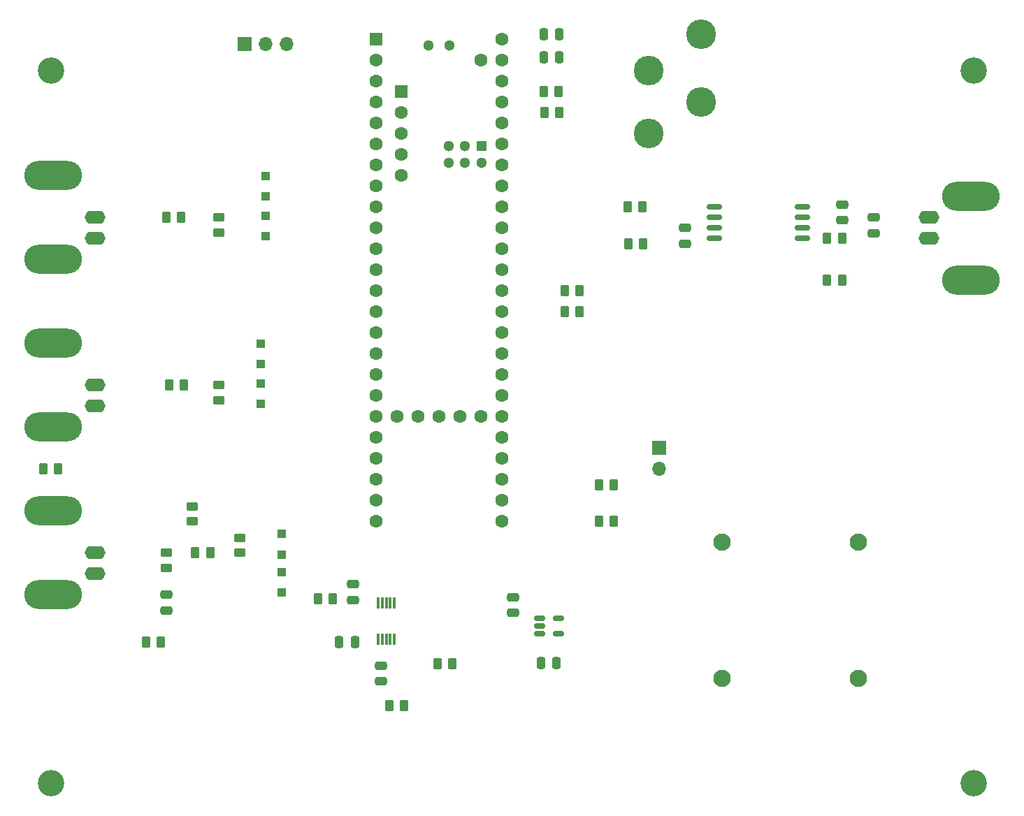
<source format=gbr>
%TF.GenerationSoftware,KiCad,Pcbnew,6.0.2+dfsg-1*%
%TF.CreationDate,2023-03-31T17:06:10+02:00*%
%TF.ProjectId,feedbackController,66656564-6261-4636-9b43-6f6e74726f6c,rev?*%
%TF.SameCoordinates,Original*%
%TF.FileFunction,Soldermask,Top*%
%TF.FilePolarity,Negative*%
%FSLAX46Y46*%
G04 Gerber Fmt 4.6, Leading zero omitted, Abs format (unit mm)*
G04 Created by KiCad (PCBNEW 6.0.2+dfsg-1) date 2023-03-31 17:06:10*
%MOMM*%
%LPD*%
G01*
G04 APERTURE LIST*
G04 Aperture macros list*
%AMRoundRect*
0 Rectangle with rounded corners*
0 $1 Rounding radius*
0 $2 $3 $4 $5 $6 $7 $8 $9 X,Y pos of 4 corners*
0 Add a 4 corners polygon primitive as box body*
4,1,4,$2,$3,$4,$5,$6,$7,$8,$9,$2,$3,0*
0 Add four circle primitives for the rounded corners*
1,1,$1+$1,$2,$3*
1,1,$1+$1,$4,$5*
1,1,$1+$1,$6,$7*
1,1,$1+$1,$8,$9*
0 Add four rect primitives between the rounded corners*
20,1,$1+$1,$2,$3,$4,$5,0*
20,1,$1+$1,$4,$5,$6,$7,0*
20,1,$1+$1,$6,$7,$8,$9,0*
20,1,$1+$1,$8,$9,$2,$3,0*%
G04 Aperture macros list end*
%ADD10RoundRect,0.250000X-0.262500X-0.450000X0.262500X-0.450000X0.262500X0.450000X-0.262500X0.450000X0*%
%ADD11R,1.700000X1.700000*%
%ADD12O,1.700000X1.700000*%
%ADD13O,2.500000X1.600000*%
%ADD14O,7.000000X3.500000*%
%ADD15C,3.600000*%
%ADD16R,1.000000X1.000000*%
%ADD17C,2.100000*%
%ADD18RoundRect,0.250000X-0.250000X-0.475000X0.250000X-0.475000X0.250000X0.475000X-0.250000X0.475000X0*%
%ADD19C,3.200000*%
%ADD20RoundRect,0.250000X0.450000X-0.262500X0.450000X0.262500X-0.450000X0.262500X-0.450000X-0.262500X0*%
%ADD21RoundRect,0.250000X-0.450000X0.262500X-0.450000X-0.262500X0.450000X-0.262500X0.450000X0.262500X0*%
%ADD22RoundRect,0.250000X-0.475000X0.250000X-0.475000X-0.250000X0.475000X-0.250000X0.475000X0.250000X0*%
%ADD23RoundRect,0.250000X0.250000X0.475000X-0.250000X0.475000X-0.250000X-0.475000X0.250000X-0.475000X0*%
%ADD24RoundRect,0.250000X0.262500X0.450000X-0.262500X0.450000X-0.262500X-0.450000X0.262500X-0.450000X0*%
%ADD25RoundRect,0.250000X0.475000X-0.250000X0.475000X0.250000X-0.475000X0.250000X-0.475000X-0.250000X0*%
%ADD26RoundRect,0.150000X-0.512500X-0.150000X0.512500X-0.150000X0.512500X0.150000X-0.512500X0.150000X0*%
%ADD27RoundRect,0.150000X0.750000X0.150000X-0.750000X0.150000X-0.750000X-0.150000X0.750000X-0.150000X0*%
%ADD28R,0.300000X1.400000*%
%ADD29R,1.600000X1.600000*%
%ADD30C,1.600000*%
%ADD31R,1.300000X1.300000*%
%ADD32C,1.300000*%
G04 APERTURE END LIST*
D10*
%TO.C,R21*%
X124817500Y-135382000D03*
X126642500Y-135382000D03*
%TD*%
D11*
%TO.C,J6*%
X157480000Y-104140000D03*
D12*
X157480000Y-106680000D03*
%TD*%
D10*
%TO.C,R11*%
X177875000Y-83820000D03*
X179700000Y-83820000D03*
%TD*%
D13*
%TO.C,J1*%
X89210000Y-116840000D03*
D14*
X84130000Y-121920000D03*
X84130000Y-111760000D03*
D13*
X89210000Y-119380000D03*
%TD*%
D15*
%TO.C,TP1*%
X156210000Y-58420000D03*
%TD*%
%TO.C,TP4*%
X162560000Y-62230000D03*
%TD*%
D16*
%TO.C,D1*%
X109855000Y-78500000D03*
X109855000Y-76000000D03*
%TD*%
D17*
%TO.C,H1*%
X165100000Y-115570000D03*
%TD*%
D10*
%TO.C,R10*%
X143590000Y-63500000D03*
X145415000Y-63500000D03*
%TD*%
D18*
%TO.C,C2*%
X118750000Y-127635000D03*
X120650000Y-127635000D03*
%TD*%
D19*
%TO.C,H6*%
X195580000Y-58420000D03*
%TD*%
D20*
%TO.C,R8*%
X100965000Y-113030000D03*
X100965000Y-111205000D03*
%TD*%
D18*
%TO.C,C10*%
X143510000Y-56769000D03*
X145410000Y-56769000D03*
%TD*%
D16*
%TO.C,D3*%
X109220000Y-98820000D03*
X109220000Y-96320000D03*
%TD*%
D10*
%TO.C,R9*%
X82907500Y-106680000D03*
X84732500Y-106680000D03*
%TD*%
%TO.C,R3*%
X98147500Y-96520000D03*
X99972500Y-96520000D03*
%TD*%
%TO.C,R17*%
X146050000Y-85090000D03*
X147875000Y-85090000D03*
%TD*%
D19*
%TO.C,H5*%
X83820000Y-58420000D03*
%TD*%
D21*
%TO.C,R4*%
X104140000Y-96520000D03*
X104140000Y-98345000D03*
%TD*%
D22*
%TO.C,C1*%
X97790000Y-121920000D03*
X97790000Y-123820000D03*
%TD*%
D16*
%TO.C,D5*%
X111760000Y-114540000D03*
X111760000Y-117040000D03*
%TD*%
D18*
%TO.C,C9*%
X143510000Y-53975000D03*
X145410000Y-53975000D03*
%TD*%
D22*
%TO.C,C11*%
X183515000Y-76200000D03*
X183515000Y-78100000D03*
%TD*%
D23*
%TO.C,C7*%
X145095000Y-130175000D03*
X143195000Y-130175000D03*
%TD*%
D10*
%TO.C,R1*%
X97790000Y-76200000D03*
X99615000Y-76200000D03*
%TD*%
D13*
%TO.C,J2*%
X89210000Y-76200000D03*
D14*
X84130000Y-71120000D03*
D13*
X89210000Y-78740000D03*
D14*
X84130000Y-81280000D03*
%TD*%
D20*
%TO.C,R7*%
X97790000Y-118665000D03*
X97790000Y-116840000D03*
%TD*%
D10*
%TO.C,R20*%
X143510000Y-60960000D03*
X145335000Y-60960000D03*
%TD*%
%TO.C,R5*%
X101322500Y-116840000D03*
X103147500Y-116840000D03*
%TD*%
D24*
%TO.C,R13*%
X152042500Y-108585000D03*
X150217500Y-108585000D03*
%TD*%
%TO.C,R14*%
X152042500Y-113030000D03*
X150217500Y-113030000D03*
%TD*%
D25*
%TO.C,C8*%
X160655000Y-79375000D03*
X160655000Y-77475000D03*
%TD*%
D16*
%TO.C,D2*%
X109220000Y-93960000D03*
X109220000Y-91460000D03*
%TD*%
D10*
%TO.C,R22*%
X130659500Y-130302000D03*
X132484500Y-130302000D03*
%TD*%
D19*
%TO.C,H8*%
X195580000Y-144780000D03*
%TD*%
D15*
%TO.C,TP2*%
X156210000Y-66040000D03*
%TD*%
D10*
%TO.C,R18*%
X95330000Y-127635000D03*
X97155000Y-127635000D03*
%TD*%
D17*
%TO.C,H4*%
X181610000Y-132080000D03*
%TD*%
%TO.C,H3*%
X165100000Y-132080000D03*
%TD*%
D13*
%TO.C,J4*%
X190190000Y-78740000D03*
D14*
X195270000Y-83820000D03*
X195270000Y-73660000D03*
D13*
X190190000Y-76200000D03*
%TD*%
D24*
%TO.C,R12*%
X179700000Y-78740000D03*
X177875000Y-78740000D03*
%TD*%
D25*
%TO.C,C5*%
X179705000Y-76515000D03*
X179705000Y-74615000D03*
%TD*%
D16*
%TO.C,D6*%
X109855000Y-73640000D03*
X109855000Y-71140000D03*
%TD*%
D15*
%TO.C,TP3*%
X162560000Y-53975000D03*
%TD*%
D17*
%TO.C,H2*%
X181610000Y-115570000D03*
%TD*%
D24*
%TO.C,R16*%
X155575000Y-79375000D03*
X153750000Y-79375000D03*
%TD*%
D13*
%TO.C,J3*%
X89210000Y-96520000D03*
D14*
X84130000Y-91440000D03*
D13*
X89210000Y-99060000D03*
D14*
X84130000Y-101600000D03*
%TD*%
D19*
%TO.C,H7*%
X83820000Y-144780000D03*
%TD*%
D26*
%TO.C,U4*%
X143007500Y-124780000D03*
X143007500Y-125730000D03*
X143007500Y-126680000D03*
X145282500Y-126680000D03*
X145282500Y-124780000D03*
%TD*%
D16*
%TO.C,D4*%
X111760000Y-119180000D03*
X111760000Y-121680000D03*
%TD*%
D25*
%TO.C,C4*%
X120396000Y-122555000D03*
X120396000Y-120655000D03*
%TD*%
D11*
%TO.C,J5*%
X107330000Y-55220000D03*
D12*
X109870000Y-55220000D03*
X112410000Y-55220000D03*
%TD*%
D20*
%TO.C,R6*%
X106680000Y-116840000D03*
X106680000Y-115015000D03*
%TD*%
D22*
%TO.C,C6*%
X139832500Y-122240000D03*
X139832500Y-124140000D03*
%TD*%
D21*
%TO.C,R2*%
X104140000Y-76200000D03*
X104140000Y-78025000D03*
%TD*%
D27*
%TO.C,U3*%
X174870000Y-78740000D03*
X174870000Y-77470000D03*
X174870000Y-76200000D03*
X174870000Y-74930000D03*
X164220000Y-74930000D03*
X164220000Y-76200000D03*
X164220000Y-77470000D03*
X164220000Y-78740000D03*
%TD*%
D22*
%TO.C,C3*%
X123825000Y-130495000D03*
X123825000Y-132395000D03*
%TD*%
D24*
%TO.C,R23*%
X118006500Y-122428000D03*
X116181500Y-122428000D03*
%TD*%
D10*
%TO.C,R19*%
X146050000Y-87630000D03*
X147875000Y-87630000D03*
%TD*%
D28*
%TO.C,U1*%
X123460000Y-127295000D03*
X123960000Y-127295000D03*
X124460000Y-127295000D03*
X124960000Y-127295000D03*
X125460000Y-127295000D03*
X125460000Y-122895000D03*
X124960000Y-122895000D03*
X124460000Y-122895000D03*
X123960000Y-122895000D03*
X123460000Y-122895000D03*
%TD*%
D29*
%TO.C,U2*%
X123190000Y-54610000D03*
D30*
X123190000Y-57150000D03*
X123190000Y-59690000D03*
X123190000Y-62230000D03*
X123190000Y-64770000D03*
X123190000Y-67310000D03*
X123190000Y-69850000D03*
X123190000Y-72390000D03*
X123190000Y-74930000D03*
X123190000Y-77470000D03*
X123190000Y-80010000D03*
X123190000Y-82550000D03*
X123190000Y-85090000D03*
X123190000Y-87630000D03*
X123190000Y-90170000D03*
X123190000Y-92710000D03*
X123190000Y-95250000D03*
X123190000Y-97790000D03*
X123190000Y-100330000D03*
X123190000Y-102870000D03*
X123190000Y-105410000D03*
X123190000Y-107950000D03*
X123190000Y-110490000D03*
X123190000Y-113030000D03*
X138430000Y-113030000D03*
X138430000Y-110490000D03*
X138430000Y-107950000D03*
X138430000Y-105410000D03*
X138430000Y-102870000D03*
X138430000Y-100330000D03*
X138430000Y-97790000D03*
X138430000Y-95250000D03*
X138430000Y-92710000D03*
X138430000Y-90170000D03*
X138430000Y-87630000D03*
X138430000Y-85090000D03*
X138430000Y-82550000D03*
X138430000Y-80010000D03*
X138430000Y-77470000D03*
X138430000Y-74930000D03*
X138430000Y-72390000D03*
X138430000Y-69850000D03*
X138430000Y-67310000D03*
X138430000Y-64770000D03*
X138430000Y-62230000D03*
X138430000Y-59690000D03*
X138430000Y-57150000D03*
X138430000Y-54610000D03*
X135890000Y-57150000D03*
X125730000Y-100330000D03*
X128270000Y-100330000D03*
X130810000Y-100330000D03*
X133350000Y-100330000D03*
X135890000Y-100330000D03*
D29*
X126240800Y-60909200D03*
D30*
X126240800Y-63449200D03*
X126240800Y-65989200D03*
X126240800Y-68529200D03*
X126240800Y-71069200D03*
D31*
X135991600Y-67580000D03*
D32*
X133991600Y-67580000D03*
X131991600Y-67580000D03*
X131991600Y-69580000D03*
X133991600Y-69580000D03*
X135991600Y-69580000D03*
X132080000Y-55340000D03*
X129540000Y-55340000D03*
%TD*%
D24*
%TO.C,R15*%
X155495000Y-74930000D03*
X153670000Y-74930000D03*
%TD*%
M02*

</source>
